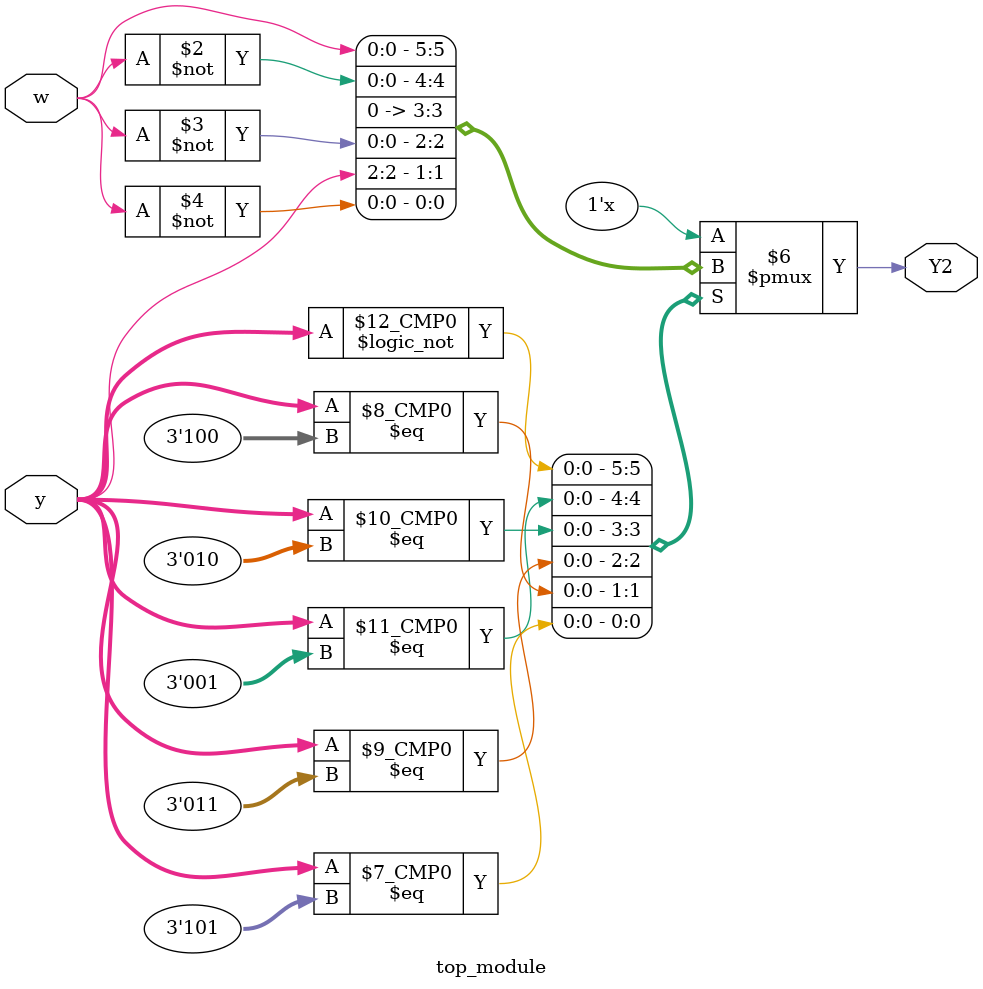
<source format=sv>
module top_module(
    input [3:1] y,
    input w,
    output reg Y2
);

always @(*) begin
    case (y)
        3'b000: Y2 = w;
        3'b001: Y2 = ~w;
        3'b010: Y2 = 1'b0;
        3'b011: Y2 = ~w;
        3'b100: Y2 = y[2];
        3'b101: Y2 = ~w;
        default: Y2 = 1'bx;
    endcase
end

endmodule

</source>
